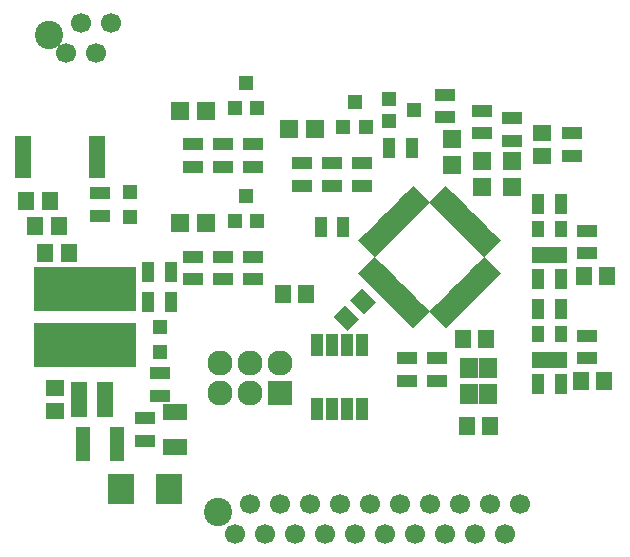
<source format=gbr>
G04 #@! TF.FileFunction,Soldermask,Top*
%FSLAX46Y46*%
G04 Gerber Fmt 4.6, Leading zero omitted, Abs format (unit mm)*
G04 Created by KiCad (PCBNEW 4.0.7-e2-6376~58~ubuntu16.04.1) date Sun Feb 11 11:03:39 2018*
%MOMM*%
%LPD*%
G01*
G04 APERTURE LIST*
%ADD10C,0.100000*%
%ADD11R,1.400000X1.650000*%
%ADD12R,1.600000X1.600000*%
%ADD13R,1.700000X1.100000*%
%ADD14R,1.650000X1.400000*%
%ADD15R,2.000000X1.400000*%
%ADD16R,2.178000X2.559000*%
%ADD17R,1.300000X1.200000*%
%ADD18R,1.300000X2.900000*%
%ADD19R,8.600000X3.700000*%
%ADD20R,2.127200X2.127200*%
%ADD21O,2.127200X2.127200*%
%ADD22R,1.100000X1.700000*%
%ADD23R,1.400000X3.600000*%
%ADD24R,1.050000X1.460000*%
%ADD25R,1.460000X1.050000*%
%ADD26R,1.600000X1.800000*%
%ADD27R,1.000000X1.950000*%
%ADD28R,1.200000X1.300000*%
%ADD29C,1.700000*%
%ADD30C,2.400000*%
G04 APERTURE END LIST*
D10*
D11*
X146859500Y-78422500D03*
X144859500Y-78422500D03*
D12*
X139065000Y-62060000D03*
X139065000Y-59860000D03*
X136525000Y-62060000D03*
X136525000Y-59860000D03*
X133985000Y-60155000D03*
X133985000Y-57955000D03*
D13*
X139065000Y-58100000D03*
X139065000Y-56200000D03*
X136525000Y-57465000D03*
X136525000Y-55565000D03*
X133350000Y-56131500D03*
X133350000Y-54231500D03*
D11*
X121650000Y-71120000D03*
X119650000Y-71120000D03*
D10*
G36*
X126348719Y-70604555D02*
X127515445Y-71771281D01*
X126525495Y-72761231D01*
X125358769Y-71594505D01*
X126348719Y-70604555D01*
X126348719Y-70604555D01*
G37*
G36*
X124934505Y-72018769D02*
X126101231Y-73185495D01*
X125111281Y-74175445D01*
X123944555Y-73008719D01*
X124934505Y-72018769D01*
X124934505Y-72018769D01*
G37*
D14*
X141605000Y-59420000D03*
X141605000Y-57420000D03*
D15*
X110490000Y-81050000D03*
X110490000Y-84050000D03*
D14*
X100330000Y-79010000D03*
X100330000Y-81010000D03*
D11*
X137207500Y-82232500D03*
X135207500Y-82232500D03*
X99520500Y-67627500D03*
X101520500Y-67627500D03*
X134890000Y-74930000D03*
X136890000Y-74930000D03*
D12*
X120185000Y-57150000D03*
X122385000Y-57150000D03*
X110977500Y-55562500D03*
X113177500Y-55562500D03*
X110977500Y-65087500D03*
X113177500Y-65087500D03*
D16*
X105918000Y-87630000D03*
X109982000Y-87630000D03*
D17*
X109220000Y-73880000D03*
X109220000Y-75980000D03*
X106680000Y-62450000D03*
X106680000Y-64550000D03*
D18*
X105590000Y-83820000D03*
X102690000Y-83820000D03*
D19*
X102870000Y-75375000D03*
X102870000Y-70675000D03*
D20*
X119380000Y-79438500D03*
D21*
X119380000Y-76898500D03*
X116840000Y-79438500D03*
X116840000Y-76898500D03*
X114300000Y-79438500D03*
X114300000Y-76898500D03*
D22*
X141290000Y-69850000D03*
X143190000Y-69850000D03*
D13*
X121285000Y-61910000D03*
X121285000Y-60010000D03*
X123825000Y-60010000D03*
X123825000Y-61910000D03*
X145415000Y-67625000D03*
X145415000Y-65725000D03*
D22*
X143190000Y-63500000D03*
X141290000Y-63500000D03*
D13*
X126365000Y-61910000D03*
X126365000Y-60010000D03*
X112077500Y-60322500D03*
X112077500Y-58422500D03*
X114617500Y-58422500D03*
X114617500Y-60322500D03*
X117157500Y-60322500D03*
X117157500Y-58422500D03*
D22*
X141290000Y-78740000D03*
X143190000Y-78740000D03*
D13*
X145415000Y-76515000D03*
X145415000Y-74615000D03*
D22*
X143190000Y-72390000D03*
X141290000Y-72390000D03*
D13*
X112077500Y-69847500D03*
X112077500Y-67947500D03*
X114617500Y-67947500D03*
X114617500Y-69847500D03*
X117157500Y-69847500D03*
X117157500Y-67947500D03*
X144145000Y-57470000D03*
X144145000Y-59370000D03*
X109220000Y-79690000D03*
X109220000Y-77790000D03*
X107950000Y-83500000D03*
X107950000Y-81600000D03*
D22*
X110170000Y-69215000D03*
X108270000Y-69215000D03*
X110170000Y-71755000D03*
X108270000Y-71755000D03*
D13*
X130175000Y-78420000D03*
X130175000Y-76520000D03*
X132715000Y-78420000D03*
X132715000Y-76520000D03*
D23*
X103874500Y-59499500D03*
X97674500Y-59499500D03*
D22*
X122875000Y-65405000D03*
X124775000Y-65405000D03*
D13*
X104140000Y-62550000D03*
X104140000Y-64450000D03*
D24*
X141290000Y-67775000D03*
X142240000Y-67775000D03*
X143190000Y-67775000D03*
X143190000Y-65575000D03*
X141290000Y-65575000D03*
X141290000Y-76665000D03*
X142240000Y-76665000D03*
X143190000Y-76665000D03*
X143190000Y-74465000D03*
X141290000Y-74465000D03*
D25*
X102405000Y-79060000D03*
X102405000Y-80010000D03*
X102405000Y-80960000D03*
X104605000Y-80960000D03*
X104605000Y-79060000D03*
X104605000Y-80010000D03*
D26*
X137007500Y-79522500D03*
X137007500Y-77322500D03*
X135407500Y-77322500D03*
X135407500Y-79522500D03*
D10*
G36*
X126723666Y-70013288D02*
X126051914Y-69341536D01*
X127466128Y-67927322D01*
X128137880Y-68599074D01*
X126723666Y-70013288D01*
X126723666Y-70013288D01*
G37*
G36*
X127289352Y-70578973D02*
X126617600Y-69907221D01*
X128031814Y-68493007D01*
X128703566Y-69164759D01*
X127289352Y-70578973D01*
X127289352Y-70578973D01*
G37*
G36*
X127855037Y-71144659D02*
X127183285Y-70472907D01*
X128597499Y-69058693D01*
X129269251Y-69730445D01*
X127855037Y-71144659D01*
X127855037Y-71144659D01*
G37*
G36*
X128420722Y-71710344D02*
X127748970Y-71038592D01*
X129163184Y-69624378D01*
X129834936Y-70296130D01*
X128420722Y-71710344D01*
X128420722Y-71710344D01*
G37*
G36*
X128986408Y-72276030D02*
X128314656Y-71604278D01*
X129728870Y-70190064D01*
X130400622Y-70861816D01*
X128986408Y-72276030D01*
X128986408Y-72276030D01*
G37*
G36*
X129552093Y-72841715D02*
X128880341Y-72169963D01*
X130294555Y-70755749D01*
X130966307Y-71427501D01*
X129552093Y-72841715D01*
X129552093Y-72841715D01*
G37*
G36*
X130117779Y-73407400D02*
X129446027Y-72735648D01*
X130860241Y-71321434D01*
X131531993Y-71993186D01*
X130117779Y-73407400D01*
X130117779Y-73407400D01*
G37*
G36*
X130683464Y-73973086D02*
X130011712Y-73301334D01*
X131425926Y-71887120D01*
X132097678Y-72558872D01*
X130683464Y-73973086D01*
X130683464Y-73973086D01*
G37*
G36*
X134148288Y-73301334D02*
X133476536Y-73973086D01*
X132062322Y-72558872D01*
X132734074Y-71887120D01*
X134148288Y-73301334D01*
X134148288Y-73301334D01*
G37*
G36*
X134713973Y-72735648D02*
X134042221Y-73407400D01*
X132628007Y-71993186D01*
X133299759Y-71321434D01*
X134713973Y-72735648D01*
X134713973Y-72735648D01*
G37*
G36*
X135279659Y-72169963D02*
X134607907Y-72841715D01*
X133193693Y-71427501D01*
X133865445Y-70755749D01*
X135279659Y-72169963D01*
X135279659Y-72169963D01*
G37*
G36*
X135845344Y-71604278D02*
X135173592Y-72276030D01*
X133759378Y-70861816D01*
X134431130Y-70190064D01*
X135845344Y-71604278D01*
X135845344Y-71604278D01*
G37*
G36*
X136411030Y-71038592D02*
X135739278Y-71710344D01*
X134325064Y-70296130D01*
X134996816Y-69624378D01*
X136411030Y-71038592D01*
X136411030Y-71038592D01*
G37*
G36*
X136976715Y-70472907D02*
X136304963Y-71144659D01*
X134890749Y-69730445D01*
X135562501Y-69058693D01*
X136976715Y-70472907D01*
X136976715Y-70472907D01*
G37*
G36*
X137542400Y-69907221D02*
X136870648Y-70578973D01*
X135456434Y-69164759D01*
X136128186Y-68493007D01*
X137542400Y-69907221D01*
X137542400Y-69907221D01*
G37*
G36*
X138108086Y-69341536D02*
X137436334Y-70013288D01*
X136022120Y-68599074D01*
X136693872Y-67927322D01*
X138108086Y-69341536D01*
X138108086Y-69341536D01*
G37*
G36*
X136693872Y-67962678D02*
X136022120Y-67290926D01*
X137436334Y-65876712D01*
X138108086Y-66548464D01*
X136693872Y-67962678D01*
X136693872Y-67962678D01*
G37*
G36*
X136128186Y-67396993D02*
X135456434Y-66725241D01*
X136870648Y-65311027D01*
X137542400Y-65982779D01*
X136128186Y-67396993D01*
X136128186Y-67396993D01*
G37*
G36*
X135562501Y-66831307D02*
X134890749Y-66159555D01*
X136304963Y-64745341D01*
X136976715Y-65417093D01*
X135562501Y-66831307D01*
X135562501Y-66831307D01*
G37*
G36*
X134996816Y-66265622D02*
X134325064Y-65593870D01*
X135739278Y-64179656D01*
X136411030Y-64851408D01*
X134996816Y-66265622D01*
X134996816Y-66265622D01*
G37*
G36*
X134431130Y-65699936D02*
X133759378Y-65028184D01*
X135173592Y-63613970D01*
X135845344Y-64285722D01*
X134431130Y-65699936D01*
X134431130Y-65699936D01*
G37*
G36*
X133865445Y-65134251D02*
X133193693Y-64462499D01*
X134607907Y-63048285D01*
X135279659Y-63720037D01*
X133865445Y-65134251D01*
X133865445Y-65134251D01*
G37*
G36*
X133299759Y-64568566D02*
X132628007Y-63896814D01*
X134042221Y-62482600D01*
X134713973Y-63154352D01*
X133299759Y-64568566D01*
X133299759Y-64568566D01*
G37*
G36*
X132734074Y-64002880D02*
X132062322Y-63331128D01*
X133476536Y-61916914D01*
X134148288Y-62588666D01*
X132734074Y-64002880D01*
X132734074Y-64002880D01*
G37*
G36*
X132097678Y-63331128D02*
X131425926Y-64002880D01*
X130011712Y-62588666D01*
X130683464Y-61916914D01*
X132097678Y-63331128D01*
X132097678Y-63331128D01*
G37*
G36*
X131531993Y-63896814D02*
X130860241Y-64568566D01*
X129446027Y-63154352D01*
X130117779Y-62482600D01*
X131531993Y-63896814D01*
X131531993Y-63896814D01*
G37*
G36*
X130966307Y-64462499D02*
X130294555Y-65134251D01*
X128880341Y-63720037D01*
X129552093Y-63048285D01*
X130966307Y-64462499D01*
X130966307Y-64462499D01*
G37*
G36*
X130400622Y-65028184D02*
X129728870Y-65699936D01*
X128314656Y-64285722D01*
X128986408Y-63613970D01*
X130400622Y-65028184D01*
X130400622Y-65028184D01*
G37*
G36*
X129834936Y-65593870D02*
X129163184Y-66265622D01*
X127748970Y-64851408D01*
X128420722Y-64179656D01*
X129834936Y-65593870D01*
X129834936Y-65593870D01*
G37*
G36*
X129269251Y-66159555D02*
X128597499Y-66831307D01*
X127183285Y-65417093D01*
X127855037Y-64745341D01*
X129269251Y-66159555D01*
X129269251Y-66159555D01*
G37*
G36*
X128703566Y-66725241D02*
X128031814Y-67396993D01*
X126617600Y-65982779D01*
X127289352Y-65311027D01*
X128703566Y-66725241D01*
X128703566Y-66725241D01*
G37*
G36*
X128137880Y-67290926D02*
X127466128Y-67962678D01*
X126051914Y-66548464D01*
X126723666Y-65876712D01*
X128137880Y-67290926D01*
X128137880Y-67290926D01*
G37*
D27*
X126365000Y-75405000D03*
X125095000Y-75405000D03*
X123825000Y-75405000D03*
X122555000Y-75405000D03*
X122555000Y-80805000D03*
X123825000Y-80805000D03*
X125095000Y-80805000D03*
X126365000Y-80805000D03*
D28*
X124780000Y-56930000D03*
X126680000Y-56930000D03*
X125730000Y-54830000D03*
X115572500Y-55342500D03*
X117472500Y-55342500D03*
X116522500Y-53242500D03*
X115572500Y-64867500D03*
X117472500Y-64867500D03*
X116522500Y-62767500D03*
D29*
X120650000Y-91376500D03*
X118110000Y-91376500D03*
X115570000Y-91376500D03*
X123190000Y-91376500D03*
X116840000Y-88836500D03*
X119380000Y-88836500D03*
X121920000Y-88836500D03*
X124460000Y-88836500D03*
X125730000Y-91376500D03*
X127000000Y-88836500D03*
X128270000Y-91376500D03*
X129540000Y-88836500D03*
X130810000Y-91376500D03*
X132080000Y-88836500D03*
X133350000Y-91376500D03*
X134620000Y-88836500D03*
X135890000Y-91376500D03*
X137160000Y-88836500D03*
X138430000Y-91376500D03*
X139700000Y-88836500D03*
D30*
X114170000Y-89576500D03*
D29*
X103822500Y-50673000D03*
X101282500Y-50673000D03*
X102552500Y-48133000D03*
X105092500Y-48133000D03*
D30*
X99882500Y-49173000D03*
D11*
X147113500Y-69532500D03*
X145113500Y-69532500D03*
X98695000Y-65341500D03*
X100695000Y-65341500D03*
X97933000Y-63182500D03*
X99933000Y-63182500D03*
D17*
X128673571Y-54553939D03*
X128673571Y-56453939D03*
X130773571Y-55503939D03*
D22*
X130553500Y-58737500D03*
X128653500Y-58737500D03*
M02*

</source>
